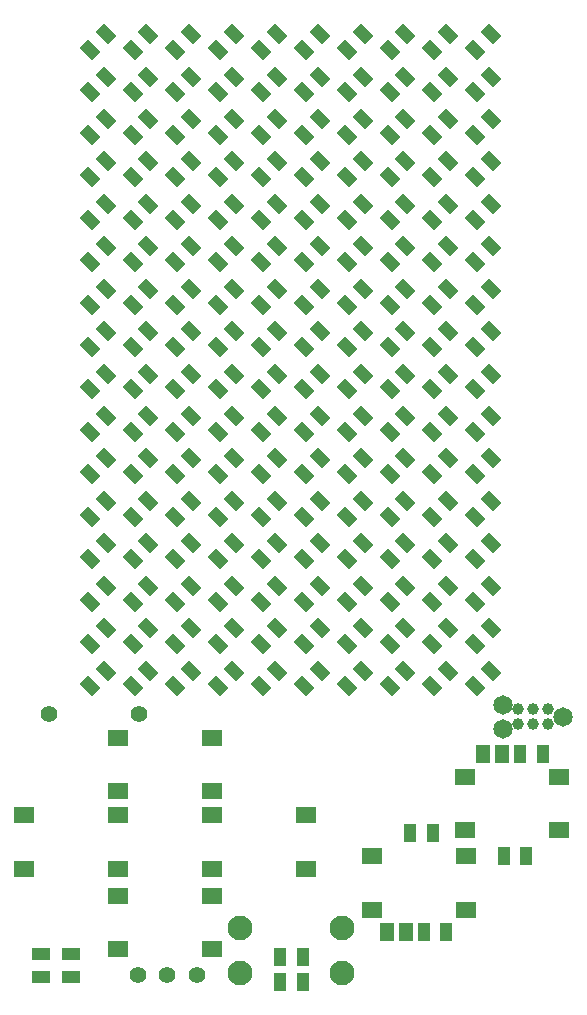
<source format=gbr>
%TF.GenerationSoftware,KiCad,Pcbnew,7.0.1*%
%TF.CreationDate,2023-08-02T19:59:42+02:00*%
%TF.ProjectId,PicBytesMicro,50696342-7974-4657-934d-6963726f2e6b,rev?*%
%TF.SameCoordinates,Original*%
%TF.FileFunction,Soldermask,Top*%
%TF.FilePolarity,Negative*%
%FSLAX46Y46*%
G04 Gerber Fmt 4.6, Leading zero omitted, Abs format (unit mm)*
G04 Created by KiCad (PCBNEW 7.0.1) date 2023-08-02 19:59:42*
%MOMM*%
%LPD*%
G01*
G04 APERTURE LIST*
G04 Aperture macros list*
%AMRoundRect*
0 Rectangle with rounded corners*
0 $1 Rounding radius*
0 $2 $3 $4 $5 $6 $7 $8 $9 X,Y pos of 4 corners*
0 Add a 4 corners polygon primitive as box body*
4,1,4,$2,$3,$4,$5,$6,$7,$8,$9,$2,$3,0*
0 Add four circle primitives for the rounded corners*
1,1,$1+$1,$2,$3*
1,1,$1+$1,$4,$5*
1,1,$1+$1,$6,$7*
1,1,$1+$1,$8,$9*
0 Add four rect primitives between the rounded corners*
20,1,$1+$1,$2,$3,$4,$5,0*
20,1,$1+$1,$4,$5,$6,$7,0*
20,1,$1+$1,$6,$7,$8,$9,0*
20,1,$1+$1,$8,$9,$2,$3,0*%
G04 Aperture macros list end*
%ADD10RoundRect,0.050000X0.159099X-0.830850X0.830850X-0.159099X-0.159099X0.830850X-0.830850X0.159099X0*%
%ADD11RoundRect,0.050000X0.700000X-0.475000X0.700000X0.475000X-0.700000X0.475000X-0.700000X-0.475000X0*%
%ADD12RoundRect,0.050000X-0.500000X-0.700000X0.500000X-0.700000X0.500000X0.700000X-0.500000X0.700000X0*%
%ADD13RoundRect,0.050000X-0.500000X-0.725000X0.500000X-0.725000X0.500000X0.725000X-0.500000X0.725000X0*%
%ADD14C,0.989000*%
%ADD15C,1.650000*%
%ADD16RoundRect,0.050000X0.775000X-0.650000X0.775000X0.650000X-0.775000X0.650000X-0.775000X-0.650000X0*%
%ADD17RoundRect,0.050000X0.510000X0.735000X-0.510000X0.735000X-0.510000X-0.735000X0.510000X-0.735000X0*%
%ADD18C,2.100000*%
%ADD19C,1.400000*%
G04 APERTURE END LIST*
D10*
%TO.C,LED1*%
X120209307Y-49695443D03*
X121552809Y-48351941D03*
%TD*%
%TO.C,LED2*%
X120209307Y-53287546D03*
X121552809Y-51944044D03*
%TD*%
%TO.C,LED3*%
X120209307Y-56879648D03*
X121552809Y-55536146D03*
%TD*%
%TO.C,LED4*%
X120209307Y-60471751D03*
X121552809Y-59128249D03*
%TD*%
%TO.C,LED5*%
X120209307Y-64063853D03*
X121552809Y-62720351D03*
%TD*%
%TO.C,LED6*%
X120209307Y-67655956D03*
X121552809Y-66312454D03*
%TD*%
%TO.C,LED7*%
X120209307Y-71248058D03*
X121552809Y-69904556D03*
%TD*%
%TO.C,LED8*%
X120209307Y-74840160D03*
X121552809Y-73496658D03*
%TD*%
%TO.C,LED9*%
X120209307Y-78432263D03*
X121552809Y-77088761D03*
%TD*%
%TO.C,LED10*%
X120209307Y-82024365D03*
X121552809Y-80680863D03*
%TD*%
%TO.C,LED11*%
X120209307Y-85616468D03*
X121552809Y-84272966D03*
%TD*%
%TO.C,LED12*%
X120209307Y-89208570D03*
X121552809Y-87865068D03*
%TD*%
%TO.C,LED13*%
X120209307Y-92800673D03*
X121552809Y-91457171D03*
%TD*%
%TO.C,LED14*%
X120209307Y-96392775D03*
X121552809Y-95049273D03*
%TD*%
%TO.C,LED15*%
X120209307Y-99984878D03*
X121552809Y-98641376D03*
%TD*%
%TO.C,LED16*%
X120209307Y-103576980D03*
X121552809Y-102233478D03*
%TD*%
%TO.C,LED17*%
X123835778Y-49695443D03*
X125179280Y-48351941D03*
%TD*%
%TO.C,LED18*%
X123835778Y-53287545D03*
X125179280Y-51944043D03*
%TD*%
%TO.C,LED19*%
X123835778Y-56879648D03*
X125179280Y-55536146D03*
%TD*%
%TO.C,LED20*%
X123835778Y-60471750D03*
X125179280Y-59128248D03*
%TD*%
%TO.C,LED21*%
X123835778Y-64063852D03*
X125179280Y-62720350D03*
%TD*%
%TO.C,LED22*%
X123835778Y-67655955D03*
X125179280Y-66312453D03*
%TD*%
%TO.C,LED23*%
X123835778Y-71248057D03*
X125179280Y-69904555D03*
%TD*%
%TO.C,LED24*%
X123835778Y-74840160D03*
X125179280Y-73496658D03*
%TD*%
%TO.C,LED25*%
X123835778Y-78432262D03*
X125179280Y-77088760D03*
%TD*%
%TO.C,LED26*%
X123835778Y-82024365D03*
X125179280Y-80680863D03*
%TD*%
%TO.C,LED27*%
X123835778Y-85616467D03*
X125179280Y-84272965D03*
%TD*%
%TO.C,LED28*%
X123835778Y-89208570D03*
X125179280Y-87865068D03*
%TD*%
%TO.C,LED29*%
X123835778Y-92800672D03*
X125179280Y-91457170D03*
%TD*%
%TO.C,LED30*%
X123835778Y-96392775D03*
X125179280Y-95049273D03*
%TD*%
%TO.C,LED31*%
X123835778Y-99984877D03*
X125179280Y-98641375D03*
%TD*%
%TO.C,LED32*%
X123835778Y-103576979D03*
X125179280Y-102233477D03*
%TD*%
%TO.C,LED33*%
X127462249Y-49695443D03*
X128805751Y-48351941D03*
%TD*%
%TO.C,LED34*%
X127462249Y-53287546D03*
X128805751Y-51944044D03*
%TD*%
%TO.C,LED35*%
X127462249Y-56879648D03*
X128805751Y-55536146D03*
%TD*%
%TO.C,LED36*%
X127462249Y-60471751D03*
X128805751Y-59128249D03*
%TD*%
%TO.C,LED37*%
X127462249Y-64063853D03*
X128805751Y-62720351D03*
%TD*%
%TO.C,LED38*%
X127462249Y-67655956D03*
X128805751Y-66312454D03*
%TD*%
%TO.C,LED39*%
X127462249Y-71248058D03*
X128805751Y-69904556D03*
%TD*%
%TO.C,LED40*%
X127462249Y-74840160D03*
X128805751Y-73496658D03*
%TD*%
%TO.C,LED41*%
X127462249Y-78432263D03*
X128805751Y-77088761D03*
%TD*%
%TO.C,LED42*%
X127462249Y-82024365D03*
X128805751Y-80680863D03*
%TD*%
%TO.C,LED43*%
X127462249Y-85616468D03*
X128805751Y-84272966D03*
%TD*%
%TO.C,LED44*%
X127462249Y-89208570D03*
X128805751Y-87865068D03*
%TD*%
%TO.C,LED45*%
X127462249Y-92800673D03*
X128805751Y-91457171D03*
%TD*%
%TO.C,LED46*%
X127462249Y-96392775D03*
X128805751Y-95049273D03*
%TD*%
%TO.C,LED47*%
X127462249Y-99984878D03*
X128805751Y-98641376D03*
%TD*%
%TO.C,LED48*%
X127462249Y-103576980D03*
X128805751Y-102233478D03*
%TD*%
%TO.C,LED49*%
X131088720Y-49695443D03*
X132432222Y-48351941D03*
%TD*%
%TO.C,LED50*%
X131088720Y-53287546D03*
X132432222Y-51944044D03*
%TD*%
%TO.C,LED51*%
X131088720Y-56879648D03*
X132432222Y-55536146D03*
%TD*%
%TO.C,LED52*%
X131088720Y-60471751D03*
X132432222Y-59128249D03*
%TD*%
%TO.C,LED53*%
X131088720Y-64063853D03*
X132432222Y-62720351D03*
%TD*%
%TO.C,LED54*%
X131088720Y-67655956D03*
X132432222Y-66312454D03*
%TD*%
%TO.C,LED55*%
X131088720Y-71248058D03*
X132432222Y-69904556D03*
%TD*%
%TO.C,LED56*%
X131088720Y-74840160D03*
X132432222Y-73496658D03*
%TD*%
%TO.C,LED57*%
X131088720Y-78432263D03*
X132432222Y-77088761D03*
%TD*%
%TO.C,LED58*%
X131088720Y-82024365D03*
X132432222Y-80680863D03*
%TD*%
%TO.C,LED59*%
X131088720Y-85616468D03*
X132432222Y-84272966D03*
%TD*%
%TO.C,LED60*%
X131088720Y-89208570D03*
X132432222Y-87865068D03*
%TD*%
%TO.C,LED61*%
X131088720Y-92800673D03*
X132432222Y-91457171D03*
%TD*%
%TO.C,LED62*%
X131088720Y-96392775D03*
X132432222Y-95049273D03*
%TD*%
%TO.C,LED63*%
X131088720Y-99984878D03*
X132432222Y-98641376D03*
%TD*%
%TO.C,LED64*%
X131088720Y-103576980D03*
X132432222Y-102233478D03*
%TD*%
%TO.C,LED65*%
X134715191Y-49695443D03*
X136058693Y-48351941D03*
%TD*%
%TO.C,LED66*%
X134715191Y-53287546D03*
X136058693Y-51944044D03*
%TD*%
%TO.C,LED67*%
X134715191Y-56879648D03*
X136058693Y-55536146D03*
%TD*%
%TO.C,LED68*%
X134715191Y-60471751D03*
X136058693Y-59128249D03*
%TD*%
%TO.C,LED69*%
X134715191Y-64063853D03*
X136058693Y-62720351D03*
%TD*%
%TO.C,LED70*%
X134715191Y-67655956D03*
X136058693Y-66312454D03*
%TD*%
%TO.C,LED71*%
X134715191Y-71248058D03*
X136058693Y-69904556D03*
%TD*%
%TO.C,LED72*%
X134715191Y-74840160D03*
X136058693Y-73496658D03*
%TD*%
%TO.C,LED73*%
X134715191Y-78432263D03*
X136058693Y-77088761D03*
%TD*%
%TO.C,LED74*%
X134715191Y-82024365D03*
X136058693Y-80680863D03*
%TD*%
%TO.C,LED75*%
X134715191Y-85616468D03*
X136058693Y-84272966D03*
%TD*%
%TO.C,LED76*%
X134715191Y-89208570D03*
X136058693Y-87865068D03*
%TD*%
%TO.C,LED77*%
X134715191Y-92800673D03*
X136058693Y-91457171D03*
%TD*%
%TO.C,LED78*%
X134715191Y-96392775D03*
X136058693Y-95049273D03*
%TD*%
%TO.C,LED79*%
X134715191Y-99984878D03*
X136058693Y-98641376D03*
%TD*%
%TO.C,LED80*%
X134715191Y-103576980D03*
X136058693Y-102233478D03*
%TD*%
%TO.C,LED81*%
X138341662Y-49695443D03*
X139685164Y-48351941D03*
%TD*%
%TO.C,LED82*%
X138341662Y-53287546D03*
X139685164Y-51944044D03*
%TD*%
%TO.C,LED83*%
X138341662Y-56879648D03*
X139685164Y-55536146D03*
%TD*%
%TO.C,LED84*%
X138341662Y-60471751D03*
X139685164Y-59128249D03*
%TD*%
%TO.C,LED85*%
X138341662Y-64063853D03*
X139685164Y-62720351D03*
%TD*%
%TO.C,LED86*%
X138341662Y-67655956D03*
X139685164Y-66312454D03*
%TD*%
%TO.C,LED87*%
X138341662Y-71248058D03*
X139685164Y-69904556D03*
%TD*%
%TO.C,LED88*%
X138341662Y-74840160D03*
X139685164Y-73496658D03*
%TD*%
%TO.C,LED89*%
X138341662Y-78432263D03*
X139685164Y-77088761D03*
%TD*%
%TO.C,LED90*%
X138341662Y-82024365D03*
X139685164Y-80680863D03*
%TD*%
%TO.C,LED91*%
X138341662Y-85616468D03*
X139685164Y-84272966D03*
%TD*%
%TO.C,LED92*%
X138341662Y-89208570D03*
X139685164Y-87865068D03*
%TD*%
%TO.C,LED93*%
X138341662Y-92800673D03*
X139685164Y-91457171D03*
%TD*%
%TO.C,LED94*%
X138341662Y-96392775D03*
X139685164Y-95049273D03*
%TD*%
%TO.C,LED95*%
X138341662Y-99984878D03*
X139685164Y-98641376D03*
%TD*%
%TO.C,LED96*%
X138341662Y-103576980D03*
X139685164Y-102233478D03*
%TD*%
%TO.C,LED97*%
X141968133Y-49695443D03*
X143311635Y-48351941D03*
%TD*%
%TO.C,LED98*%
X141968133Y-53287546D03*
X143311635Y-51944044D03*
%TD*%
%TO.C,LED99*%
X141968133Y-56879648D03*
X143311635Y-55536146D03*
%TD*%
%TO.C,LED100*%
X141968133Y-60471751D03*
X143311635Y-59128249D03*
%TD*%
%TO.C,LED101*%
X141968133Y-64063853D03*
X143311635Y-62720351D03*
%TD*%
%TO.C,LED102*%
X141968133Y-67655956D03*
X143311635Y-66312454D03*
%TD*%
%TO.C,LED103*%
X141968133Y-71248058D03*
X143311635Y-69904556D03*
%TD*%
%TO.C,LED104*%
X141968133Y-74840160D03*
X143311635Y-73496658D03*
%TD*%
%TO.C,LED105*%
X141968133Y-78432263D03*
X143311635Y-77088761D03*
%TD*%
%TO.C,LED106*%
X141968133Y-82024365D03*
X143311635Y-80680863D03*
%TD*%
%TO.C,LED107*%
X141968133Y-85616468D03*
X143311635Y-84272966D03*
%TD*%
%TO.C,LED108*%
X141968133Y-89208570D03*
X143311635Y-87865068D03*
%TD*%
%TO.C,LED109*%
X141968133Y-92800673D03*
X143311635Y-91457171D03*
%TD*%
%TO.C,LED110*%
X141968133Y-96392775D03*
X143311635Y-95049273D03*
%TD*%
%TO.C,LED111*%
X141968133Y-99984878D03*
X143311635Y-98641376D03*
%TD*%
%TO.C,LED112*%
X141968133Y-103576980D03*
X143311635Y-102233478D03*
%TD*%
%TO.C,LED113*%
X145594604Y-49695443D03*
X146938106Y-48351941D03*
%TD*%
%TO.C,LED114*%
X145594604Y-53287546D03*
X146938106Y-51944044D03*
%TD*%
%TO.C,LED115*%
X145594604Y-56879648D03*
X146938106Y-55536146D03*
%TD*%
%TO.C,LED116*%
X145594604Y-60471751D03*
X146938106Y-59128249D03*
%TD*%
%TO.C,LED117*%
X145594604Y-64063853D03*
X146938106Y-62720351D03*
%TD*%
%TO.C,LED118*%
X145594604Y-67655956D03*
X146938106Y-66312454D03*
%TD*%
%TO.C,LED119*%
X145594604Y-71248058D03*
X146938106Y-69904556D03*
%TD*%
%TO.C,LED120*%
X145594604Y-74840160D03*
X146938106Y-73496658D03*
%TD*%
%TO.C,LED121*%
X145594604Y-78432263D03*
X146938106Y-77088761D03*
%TD*%
%TO.C,LED122*%
X145594604Y-82024365D03*
X146938106Y-80680863D03*
%TD*%
%TO.C,LED123*%
X145594604Y-85616468D03*
X146938106Y-84272966D03*
%TD*%
%TO.C,LED124*%
X145594604Y-89208570D03*
X146938106Y-87865068D03*
%TD*%
%TO.C,LED125*%
X145594604Y-92800673D03*
X146938106Y-91457171D03*
%TD*%
%TO.C,LED126*%
X145594604Y-96392775D03*
X146938106Y-95049273D03*
%TD*%
%TO.C,LED127*%
X145594604Y-99984878D03*
X146938106Y-98641376D03*
%TD*%
%TO.C,LED128*%
X145594604Y-103576980D03*
X146938106Y-102233478D03*
%TD*%
%TO.C,LED129*%
X149221075Y-49695443D03*
X150564577Y-48351941D03*
%TD*%
%TO.C,LED130*%
X149221075Y-53287546D03*
X150564577Y-51944044D03*
%TD*%
%TO.C,LED131*%
X149221075Y-56879648D03*
X150564577Y-55536146D03*
%TD*%
%TO.C,LED132*%
X149221075Y-60471751D03*
X150564577Y-59128249D03*
%TD*%
%TO.C,LED133*%
X149221075Y-64063853D03*
X150564577Y-62720351D03*
%TD*%
%TO.C,LED134*%
X149221075Y-67655956D03*
X150564577Y-66312454D03*
%TD*%
%TO.C,LED135*%
X149221075Y-71248058D03*
X150564577Y-69904556D03*
%TD*%
%TO.C,LED136*%
X149221075Y-74840160D03*
X150564577Y-73496658D03*
%TD*%
%TO.C,LED137*%
X149221075Y-78432263D03*
X150564577Y-77088761D03*
%TD*%
%TO.C,LED138*%
X149221075Y-82024365D03*
X150564577Y-80680863D03*
%TD*%
%TO.C,LED139*%
X149221075Y-85616468D03*
X150564577Y-84272966D03*
%TD*%
%TO.C,LED140*%
X149221075Y-89208570D03*
X150564577Y-87865068D03*
%TD*%
%TO.C,LED141*%
X149221075Y-92800673D03*
X150564577Y-91457171D03*
%TD*%
%TO.C,LED142*%
X149221075Y-96392775D03*
X150564577Y-95049273D03*
%TD*%
%TO.C,LED143*%
X149221075Y-99984878D03*
X150564577Y-98641376D03*
%TD*%
%TO.C,LED144*%
X149221075Y-103576980D03*
X150564577Y-102233478D03*
%TD*%
%TO.C,LED145*%
X152847546Y-49695443D03*
X154191048Y-48351941D03*
%TD*%
%TO.C,LED146*%
X152847546Y-53287546D03*
X154191048Y-51944044D03*
%TD*%
%TO.C,LED147*%
X152847546Y-56879648D03*
X154191048Y-55536146D03*
%TD*%
%TO.C,LED148*%
X152847546Y-60471751D03*
X154191048Y-59128249D03*
%TD*%
%TO.C,LED149*%
X152847546Y-64063853D03*
X154191048Y-62720351D03*
%TD*%
%TO.C,LED150*%
X152847546Y-67655956D03*
X154191048Y-66312454D03*
%TD*%
%TO.C,LED151*%
X152847546Y-71248058D03*
X154191048Y-69904556D03*
%TD*%
%TO.C,LED152*%
X152847546Y-74840160D03*
X154191048Y-73496658D03*
%TD*%
%TO.C,LED153*%
X152847546Y-78432263D03*
X154191048Y-77088761D03*
%TD*%
%TO.C,LED154*%
X152847546Y-82024365D03*
X154191048Y-80680863D03*
%TD*%
%TO.C,LED155*%
X152847546Y-85616468D03*
X154191048Y-84272966D03*
%TD*%
%TO.C,LED156*%
X152847546Y-89208570D03*
X154191048Y-87865068D03*
%TD*%
%TO.C,LED157*%
X152847546Y-92800673D03*
X154191048Y-91457171D03*
%TD*%
%TO.C,LED158*%
X152847546Y-96392775D03*
X154191048Y-95049273D03*
%TD*%
%TO.C,LED159*%
X152847546Y-99984878D03*
X154191048Y-98641376D03*
%TD*%
%TO.C,LED160*%
X152847546Y-103576980D03*
X154191048Y-102233478D03*
%TD*%
D11*
%TO.C,LED_Green_bms1*%
X116092500Y-128150000D03*
X116092500Y-126250000D03*
%TD*%
%TO.C,LED_RED_bms1*%
X118600000Y-128150000D03*
X118600000Y-126250000D03*
%TD*%
D12*
%TO.C,R_10K_12*%
X155250000Y-117900000D03*
X157150000Y-117900000D03*
%TD*%
%TO.C,R_10K_13*%
X147350000Y-116000000D03*
X149250000Y-116000000D03*
%TD*%
%TO.C,R_5.1_1*%
X136350000Y-126500000D03*
X138250000Y-126500000D03*
%TD*%
%TO.C,R_5.1k_1*%
X136350000Y-128600000D03*
X138250000Y-128600000D03*
%TD*%
D13*
%TO.C,R_10K_11*%
X148500000Y-124400000D03*
X150400000Y-124400000D03*
%TD*%
D14*
%TO.C,ICSP*%
X159040000Y-105500000D03*
X159040000Y-106770000D03*
X157770000Y-105500000D03*
X157770000Y-106770000D03*
X156500000Y-105500000D03*
X156500000Y-106770000D03*
D15*
X160310000Y-106135000D03*
X155230000Y-107151000D03*
X155230000Y-105119000D03*
%TD*%
D16*
%TO.C,S_b1*%
X152025065Y-111271365D03*
X152025065Y-115771365D03*
X159975065Y-111271365D03*
X159975065Y-115771365D03*
%TD*%
%TO.C,S_left1*%
X114625000Y-114500000D03*
X114625000Y-119000000D03*
X122575000Y-114500000D03*
X122575000Y-119000000D03*
%TD*%
D17*
%TO.C,C_22p_6*%
X155150000Y-109300000D03*
X153550000Y-109300000D03*
%TD*%
%TO.C,C_22p_7*%
X147000000Y-124400000D03*
X145400000Y-124400000D03*
%TD*%
D16*
%TO.C,S_right1*%
X130575000Y-114500000D03*
X130575000Y-119000000D03*
X138525000Y-114500000D03*
X138525000Y-119000000D03*
%TD*%
%TO.C,S_down1*%
X122625000Y-121292730D03*
X122625000Y-125792730D03*
X130575000Y-121292730D03*
X130575000Y-125792730D03*
%TD*%
D13*
%TO.C,R_10K_10*%
X156650000Y-109300000D03*
X158550000Y-109300000D03*
%TD*%
D16*
%TO.C,S_up1*%
X122625000Y-107950000D03*
X122625000Y-112450000D03*
X130575000Y-107950000D03*
X130575000Y-112450000D03*
%TD*%
%TO.C,S_a1*%
X144125065Y-117971365D03*
X144125065Y-122471365D03*
X152075065Y-117971365D03*
X152075065Y-122471365D03*
%TD*%
D18*
%TO.C,J_USB_C1*%
X141570000Y-127850000D03*
X132930000Y-127850000D03*
X132930000Y-124050000D03*
X141570000Y-124050000D03*
%TD*%
D19*
%TO.C,LS1*%
X116800000Y-105900000D03*
X124400000Y-105900000D03*
%TD*%
%TO.C,SW_Toggle1*%
X124275000Y-128050000D03*
X126775000Y-128050000D03*
X129275000Y-128050000D03*
%TD*%
M02*

</source>
